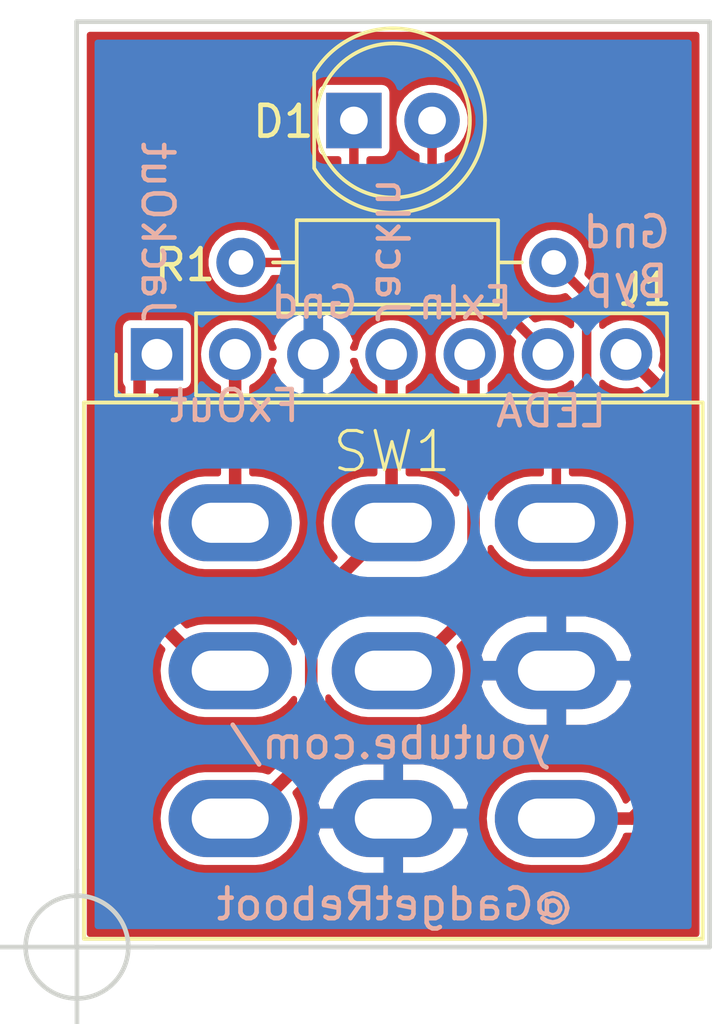
<source format=kicad_pcb>
(kicad_pcb (version 20171130) (host pcbnew "(5.1.2-1)-1")

  (general
    (thickness 1.6)
    (drawings 14)
    (tracks 29)
    (zones 0)
    (modules 4)
    (nets 10)
  )

  (page A4)
  (layers
    (0 F.Cu signal)
    (31 B.Cu signal)
    (32 B.Adhes user hide)
    (33 F.Adhes user hide)
    (34 B.Paste user hide)
    (35 F.Paste user)
    (36 B.SilkS user)
    (37 F.SilkS user)
    (38 B.Mask user hide)
    (39 F.Mask user hide)
    (40 Dwgs.User user hide)
    (41 Cmts.User user hide)
    (42 Eco1.User user hide)
    (43 Eco2.User user hide)
    (44 Edge.Cuts user)
    (45 Margin user hide)
    (46 B.CrtYd user hide)
    (47 F.CrtYd user hide)
    (48 B.Fab user hide)
    (49 F.Fab user hide)
  )

  (setup
    (last_trace_width 0.25)
    (user_trace_width 0.2032)
    (user_trace_width 0.254)
    (user_trace_width 0.3048)
    (user_trace_width 0.4064)
    (user_trace_width 0.6096)
    (user_trace_width 1.016)
    (trace_clearance 0.2)
    (zone_clearance 0.508)
    (zone_45_only no)
    (trace_min 0.1524)
    (via_size 0.8)
    (via_drill 0.4)
    (via_min_size 0.658)
    (via_min_drill 0.3)
    (uvia_size 0.3)
    (uvia_drill 0.1)
    (uvias_allowed no)
    (uvia_min_size 0.2)
    (uvia_min_drill 0.1)
    (edge_width 0.15)
    (segment_width 0.2)
    (pcb_text_width 0.3)
    (pcb_text_size 1.5 1.5)
    (mod_edge_width 0.15)
    (mod_text_size 0.8 0.8)
    (mod_text_width 0.15)
    (pad_size 1.7 1.7)
    (pad_drill 1)
    (pad_to_mask_clearance 0)
    (aux_axis_origin 166.311 137.021)
    (grid_origin 166.311 137.021)
    (visible_elements FFFFFF7F)
    (pcbplotparams
      (layerselection 0x010f0_ffffffff)
      (usegerberextensions false)
      (usegerberattributes false)
      (usegerberadvancedattributes false)
      (creategerberjobfile false)
      (excludeedgelayer true)
      (linewidth 0.152400)
      (plotframeref false)
      (viasonmask false)
      (mode 1)
      (useauxorigin false)
      (hpglpennumber 1)
      (hpglpenspeed 20)
      (hpglpendiameter 15.000000)
      (psnegative false)
      (psa4output false)
      (plotreference true)
      (plotvalue false)
      (plotinvisibletext false)
      (padsonsilk false)
      (subtractmaskfromsilk false)
      (outputformat 1)
      (mirror false)
      (drillshape 0)
      (scaleselection 1)
      (outputdirectory "Output/"))
  )

  (net 0 "")
  (net 1 GNDREF)
  (net 2 "Net-(D1-Pad1)")
  (net 3 /LED_A)
  (net 4 /Out_Jack)
  (net 5 /Fx_Out)
  (net 6 /In_Jack)
  (net 7 /Fx_In)
  (net 8 /Gnd_Byp)
  (net 9 "Net-(R1-Pad2)")

  (net_class Default "This is the default net class."
    (clearance 0.2)
    (trace_width 0.25)
    (via_dia 0.8)
    (via_drill 0.4)
    (uvia_dia 0.3)
    (uvia_drill 0.1)
    (add_net /Fx_In)
    (add_net /Fx_Out)
    (add_net /Gnd_Byp)
    (add_net /In_Jack)
    (add_net /LED_A)
    (add_net /Out_Jack)
    (add_net GNDREF)
    (add_net "Net-(D1-Pad1)")
    (add_net "Net-(R1-Pad2)")
  )

  (net_class PWR ""
    (clearance 0.254)
    (trace_width 0.508)
    (via_dia 0.8)
    (via_drill 0.4)
    (uvia_dia 0.3)
    (uvia_drill 0.1)
  )

  (net_class Signals ""
    (clearance 0.254)
    (trace_width 0.4064)
    (via_dia 0.8)
    (via_drill 0.4)
    (uvia_dia 0.3)
    (uvia_drill 0.1)
  )

  (module footprints:STOMP-SWITCH-3PDT (layer F.Cu) (tedit 662FFBDC) (tstamp 66019B4B)
    (at 176.586 128.055)
    (descr STOMP-SWITCH-3PDT)
    (tags STOMP-SWITCH-3PDT)
    (path /6600E907)
    (fp_text reference SW1 (at -0.044 -7.105) (layer F.SilkS)
      (effects (font (size 1.27 1.27) (thickness 0.1016)))
    )
    (fp_text value SW_3PDT (at 0.99822 2.26822) (layer F.SilkS) hide
      (effects (font (size 1.27 1.27) (thickness 0.1016)))
    )
    (fp_line (start -10.04758 -8.69884) (end 10.04758 -8.69884) (layer F.SilkS) (width 0.127))
    (fp_line (start 10.04758 8.69884) (end 10.04758 -8.69884) (layer F.SilkS) (width 0.127))
    (fp_line (start -10.04758 8.69884) (end 10.04758 8.69884) (layer F.SilkS) (width 0.127))
    (fp_line (start -10.04758 -8.69884) (end -10.04758 8.69884) (layer F.SilkS) (width 0.127))
    (fp_text user %R (at 0 0) (layer F.Fab)
      (effects (font (size 1 1) (thickness 0.15)))
    )
    (pad 9 thru_hole oval (at 5.29844 4.79806) (size 4 2.5) (drill oval 2.5 1.3) (layers *.Cu *.Mask)
      (net 8 /Gnd_Byp))
    (pad 8 thru_hole oval (at 5.29844 0) (size 4 2.5) (drill oval 2.5 1.3) (layers *.Cu *.Mask)
      (net 1 GNDREF))
    (pad 7 thru_hole oval (at 5.29844 -4.79806) (size 4 2.5) (drill oval 2.5 1.3) (layers *.Cu *.Mask)
      (net 9 "Net-(R1-Pad2)"))
    (pad 6 thru_hole oval (at 0 4.79806) (size 4 2.5) (drill oval 2.5 1.3) (layers *.Cu *.Mask)
      (net 1 GNDREF))
    (pad 5 thru_hole oval (at 0 0) (size 4 2.5) (drill oval 2.5 1.3) (layers *.Cu *.Mask)
      (net 7 /Fx_In))
    (pad 4 thru_hole oval (at 0 -4.79806) (size 4 2.5) (drill oval 2.5 1.3) (layers *.Cu *.Mask)
      (net 6 /In_Jack))
    (pad 3 thru_hole oval (at -5.29844 4.79806) (size 4 2.5) (drill oval 2.5 1.3) (layers *.Cu *.Mask)
      (net 6 /In_Jack))
    (pad 2 thru_hole oval (at -5.29844 0) (size 4 2.5) (drill oval 2.5 1.3) (layers *.Cu *.Mask)
      (net 4 /Out_Jack))
    (pad 1 thru_hole oval (at -5.29844 -4.79806) (size 4 2.5) (drill oval 2.5 1.3) (layers *.Cu *.Mask)
      (net 5 /Fx_Out))
  )

  (module LED_THT:LED_D5.0mm (layer F.Cu) (tedit 5995936A) (tstamp 66019B08)
    (at 175.306 110.207)
    (descr "LED, diameter 5.0mm, 2 pins, http://cdn-reichelt.de/documents/datenblatt/A500/LL-504BC2E-009.pdf")
    (tags "LED diameter 5.0mm 2 pins")
    (path /66060BAA)
    (fp_text reference D1 (at -2.293 0.035 180) (layer F.SilkS)
      (effects (font (size 1 1) (thickness 0.15)))
    )
    (fp_text value LED_Small_ALT (at 1.27 3.96) (layer F.Fab)
      (effects (font (size 1 1) (thickness 0.15)))
    )
    (fp_arc (start 1.27 0) (end -1.23 -1.469694) (angle 299.1) (layer F.Fab) (width 0.1))
    (fp_arc (start 1.27 0) (end -1.29 -1.54483) (angle 148.9) (layer F.SilkS) (width 0.12))
    (fp_arc (start 1.27 0) (end -1.29 1.54483) (angle -148.9) (layer F.SilkS) (width 0.12))
    (fp_circle (center 1.27 0) (end 3.77 0) (layer F.Fab) (width 0.1))
    (fp_circle (center 1.27 0) (end 3.77 0) (layer F.SilkS) (width 0.12))
    (fp_line (start -1.23 -1.469694) (end -1.23 1.469694) (layer F.Fab) (width 0.1))
    (fp_line (start -1.29 -1.545) (end -1.29 1.545) (layer F.SilkS) (width 0.12))
    (fp_line (start -1.95 -3.25) (end -1.95 3.25) (layer F.CrtYd) (width 0.05))
    (fp_line (start -1.95 3.25) (end 4.5 3.25) (layer F.CrtYd) (width 0.05))
    (fp_line (start 4.5 3.25) (end 4.5 -3.25) (layer F.CrtYd) (width 0.05))
    (fp_line (start 4.5 -3.25) (end -1.95 -3.25) (layer F.CrtYd) (width 0.05))
    (fp_text user %R (at 1.25 0) (layer F.Fab)
      (effects (font (size 0.8 0.8) (thickness 0.2)))
    )
    (pad 1 thru_hole rect (at 0 0) (size 1.8 1.8) (drill 0.9) (layers *.Cu *.Mask)
      (net 2 "Net-(D1-Pad1)"))
    (pad 2 thru_hole circle (at 2.54 0) (size 1.8 1.8) (drill 0.9) (layers *.Cu *.Mask)
      (net 3 /LED_A))
    (model ${KISYS3DMOD}/LED_THT.3dshapes/LED_D5.0mm.wrl
      (at (xyz 0 0 0))
      (scale (xyz 1 1 1))
      (rotate (xyz 0 0 0))
    )
  )

  (module Connector_PinHeader_2.54mm:PinHeader_1x07_P2.54mm_Vertical (layer F.Cu) (tedit 59FED5CC) (tstamp 66019B23)
    (at 168.909 117.792 90)
    (descr "Through hole straight pin header, 1x07, 2.54mm pitch, single row")
    (tags "Through hole pin header THT 1x07 2.54mm single row")
    (path /660BE568)
    (fp_text reference J1 (at 2.1 15.869 180) (layer F.SilkS)
      (effects (font (size 1 1) (thickness 0.15)))
    )
    (fp_text value Conn_01x07 (at 0 17.57 90) (layer F.Fab)
      (effects (font (size 1 1) (thickness 0.15)))
    )
    (fp_line (start -0.635 -1.27) (end 1.27 -1.27) (layer F.Fab) (width 0.1))
    (fp_line (start 1.27 -1.27) (end 1.27 16.51) (layer F.Fab) (width 0.1))
    (fp_line (start 1.27 16.51) (end -1.27 16.51) (layer F.Fab) (width 0.1))
    (fp_line (start -1.27 16.51) (end -1.27 -0.635) (layer F.Fab) (width 0.1))
    (fp_line (start -1.27 -0.635) (end -0.635 -1.27) (layer F.Fab) (width 0.1))
    (fp_line (start -1.33 16.57) (end 1.33 16.57) (layer F.SilkS) (width 0.12))
    (fp_line (start -1.33 1.27) (end -1.33 16.57) (layer F.SilkS) (width 0.12))
    (fp_line (start 1.33 1.27) (end 1.33 16.57) (layer F.SilkS) (width 0.12))
    (fp_line (start -1.33 1.27) (end 1.33 1.27) (layer F.SilkS) (width 0.12))
    (fp_line (start -1.33 0) (end -1.33 -1.33) (layer F.SilkS) (width 0.12))
    (fp_line (start -1.33 -1.33) (end 0 -1.33) (layer F.SilkS) (width 0.12))
    (fp_line (start -1.8 -1.8) (end -1.8 17.05) (layer F.CrtYd) (width 0.05))
    (fp_line (start -1.8 17.05) (end 1.8 17.05) (layer F.CrtYd) (width 0.05))
    (fp_line (start 1.8 17.05) (end 1.8 -1.8) (layer F.CrtYd) (width 0.05))
    (fp_line (start 1.8 -1.8) (end -1.8 -1.8) (layer F.CrtYd) (width 0.05))
    (fp_text user %R (at 0 7.62) (layer F.Fab)
      (effects (font (size 1 1) (thickness 0.15)))
    )
    (pad 1 thru_hole rect (at 0 0 90) (size 1.7 1.7) (drill 1) (layers *.Cu *.Mask)
      (net 4 /Out_Jack))
    (pad 2 thru_hole oval (at 0 2.54 90) (size 1.7 1.7) (drill 1) (layers *.Cu *.Mask)
      (net 5 /Fx_Out))
    (pad 3 thru_hole oval (at 0 5.08 90) (size 1.7 1.7) (drill 1) (layers *.Cu *.Mask)
      (net 1 GNDREF))
    (pad 4 thru_hole oval (at 0 7.62 90) (size 1.7 1.7) (drill 1) (layers *.Cu *.Mask)
      (net 6 /In_Jack))
    (pad 5 thru_hole oval (at 0 10.16 90) (size 1.7 1.7) (drill 1) (layers *.Cu *.Mask)
      (net 7 /Fx_In))
    (pad 6 thru_hole oval (at 0 12.7 90) (size 1.7 1.7) (drill 1) (layers *.Cu *.Mask)
      (net 3 /LED_A))
    (pad 7 thru_hole oval (at 0 15.24 90) (size 1.7 1.7) (drill 1) (layers *.Cu *.Mask)
      (net 8 /Gnd_Byp))
    (model ${KISYS3DMOD}/Connector_PinHeader_2.54mm.3dshapes/PinHeader_1x07_P2.54mm_Vertical.wrl
      (at (xyz 0 0 0))
      (scale (xyz 1 1 1))
      (rotate (xyz 0 0 0))
    )
  )

  (module Resistor_THT:R_Axial_DIN0207_L6.3mm_D2.5mm_P10.16mm_Horizontal (layer F.Cu) (tedit 5AE5139B) (tstamp 66019B3A)
    (at 171.64 114.811)
    (descr "Resistor, Axial_DIN0207 series, Axial, Horizontal, pin pitch=10.16mm, 0.25W = 1/4W, length*diameter=6.3*2.5mm^2, http://cdn-reichelt.de/documents/datenblatt/B400/1_4W%23YAG.pdf")
    (tags "Resistor Axial_DIN0207 series Axial Horizontal pin pitch 10.16mm 0.25W = 1/4W length 6.3mm diameter 2.5mm")
    (path /6605FCD1)
    (fp_text reference R1 (at -1.819 0.082 180) (layer F.SilkS)
      (effects (font (size 1 1) (thickness 0.15)))
    )
    (fp_text value 680r (at 5.08 2.37) (layer F.Fab)
      (effects (font (size 1 1) (thickness 0.15)))
    )
    (fp_line (start 1.93 -1.25) (end 1.93 1.25) (layer F.Fab) (width 0.1))
    (fp_line (start 1.93 1.25) (end 8.23 1.25) (layer F.Fab) (width 0.1))
    (fp_line (start 8.23 1.25) (end 8.23 -1.25) (layer F.Fab) (width 0.1))
    (fp_line (start 8.23 -1.25) (end 1.93 -1.25) (layer F.Fab) (width 0.1))
    (fp_line (start 0 0) (end 1.93 0) (layer F.Fab) (width 0.1))
    (fp_line (start 10.16 0) (end 8.23 0) (layer F.Fab) (width 0.1))
    (fp_line (start 1.81 -1.37) (end 1.81 1.37) (layer F.SilkS) (width 0.12))
    (fp_line (start 1.81 1.37) (end 8.35 1.37) (layer F.SilkS) (width 0.12))
    (fp_line (start 8.35 1.37) (end 8.35 -1.37) (layer F.SilkS) (width 0.12))
    (fp_line (start 8.35 -1.37) (end 1.81 -1.37) (layer F.SilkS) (width 0.12))
    (fp_line (start 1.04 0) (end 1.81 0) (layer F.SilkS) (width 0.12))
    (fp_line (start 9.12 0) (end 8.35 0) (layer F.SilkS) (width 0.12))
    (fp_line (start -1.05 -1.5) (end -1.05 1.5) (layer F.CrtYd) (width 0.05))
    (fp_line (start -1.05 1.5) (end 11.21 1.5) (layer F.CrtYd) (width 0.05))
    (fp_line (start 11.21 1.5) (end 11.21 -1.5) (layer F.CrtYd) (width 0.05))
    (fp_line (start 11.21 -1.5) (end -1.05 -1.5) (layer F.CrtYd) (width 0.05))
    (fp_text user %R (at 5.08 0) (layer F.Fab)
      (effects (font (size 1 1) (thickness 0.15)))
    )
    (pad 1 thru_hole circle (at 0 0) (size 1.6 1.6) (drill 0.8) (layers *.Cu *.Mask)
      (net 2 "Net-(D1-Pad1)"))
    (pad 2 thru_hole oval (at 10.16 0) (size 1.6 1.6) (drill 0.8) (layers *.Cu *.Mask)
      (net 9 "Net-(R1-Pad2)"))
    (model ${KISYS3DMOD}/Resistor_THT.3dshapes/R_Axial_DIN0207_L6.3mm_D2.5mm_P10.16mm_Horizontal.wrl
      (at (xyz 0 0 0))
      (scale (xyz 1 1 1))
      (rotate (xyz 0 0 0))
    )
  )

  (gr_text @GadgetReboot (at 176.646 135.629) (layer B.SilkS) (tstamp 6601A36A)
    (effects (font (size 1 1) (thickness 0.15)) (justify mirror))
  )
  (gr_text "Gnd\nByp" (at 184.166 114.629) (layer B.SilkS) (tstamp 6601A2B6)
    (effects (font (size 1 1) (thickness 0.15)) (justify mirror))
  )
  (gr_text LEDA (at 181.716 119.635) (layer B.SilkS) (tstamp 6601A2B2)
    (effects (font (size 1 1) (thickness 0.15)) (justify mirror))
  )
  (gr_text FxIn (at 178.923 116.133) (layer B.SilkS) (tstamp 6601A2AE)
    (effects (font (size 1 1) (thickness 0.15)) (justify mirror))
  )
  (gr_text JackIn (at 176.539 114.436 270) (layer B.SilkS) (tstamp 6601A2A7)
    (effects (font (size 1 1) (thickness 0.15)) (justify mirror))
  )
  (gr_text JackOut (at 168.933 113.834 270) (layer B.SilkS) (tstamp 6601A24D)
    (effects (font (size 1 1) (thickness 0.15)) (justify mirror))
  )
  (gr_text FxOut (at 171.429 119.464) (layer B.SilkS) (tstamp 6601A248)
    (effects (font (size 1 1) (thickness 0.15)) (justify mirror))
  )
  (gr_text youtube.com/ (at 176.49 130.402) (layer B.SilkS) (tstamp 66019C06)
    (effects (font (size 1 1) (thickness 0.15)) (justify mirror))
  )
  (target plus (at 166.311 137.021) (size 5) (width 0.15) (layer Edge.Cuts))
  (gr_line (start 166.3 107) (end 166.3 137.021) (layer Edge.Cuts) (width 0.15) (tstamp 65BB3D38))
  (gr_line (start 186.86 107) (end 166.3 107) (layer Edge.Cuts) (width 0.15))
  (gr_line (start 186.86 137.021) (end 186.86 107) (layer Edge.Cuts) (width 0.15))
  (gr_line (start 166.3 137.021) (end 186.86 137.021) (layer Edge.Cuts) (width 0.15))
  (gr_text Gnd (at 174.025 116.111) (layer B.SilkS) (tstamp 65BB3BF2)
    (effects (font (size 1 1) (thickness 0.15)) (justify mirror))
  )

  (segment (start 171.64 114.811) (end 173.7 114.811) (width 0.3048) (layer F.Cu) (net 2))
  (segment (start 175.306 113.205) (end 175.306 110.207) (width 0.3048) (layer F.Cu) (net 2))
  (segment (start 173.7 114.811) (end 175.306 113.205) (width 0.3048) (layer F.Cu) (net 2))
  (segment (start 177.846 114.029) (end 181.609 117.792) (width 0.3048) (layer F.Cu) (net 3))
  (segment (start 177.846 110.207) (end 177.846 114.029) (width 0.3048) (layer F.Cu) (net 3))
  (segment (start 171.28756 128.055) (end 170.557 128.055) (width 0.4064) (layer F.Cu) (net 4))
  (segment (start 170.557 128.055) (end 168.345 125.843) (width 0.4064) (layer F.Cu) (net 4))
  (segment (start 168.345 118.356) (end 168.909 117.792) (width 0.4064) (layer F.Cu) (net 4))
  (segment (start 168.345 125.843) (end 168.345 118.356) (width 0.4064) (layer F.Cu) (net 4))
  (segment (start 171.449 123.0955) (end 171.28756 123.25694) (width 0.4064) (layer F.Cu) (net 5))
  (segment (start 171.449 117.792) (end 171.449 123.0955) (width 0.4064) (layer F.Cu) (net 5))
  (segment (start 176.529 123.19994) (end 176.586 123.25694) (width 0.4064) (layer F.Cu) (net 6))
  (segment (start 176.529 117.792) (end 176.529 123.19994) (width 0.4064) (layer F.Cu) (net 6))
  (segment (start 171.28756 132.85306) (end 171.78394 132.85306) (width 0.4064) (layer F.Cu) (net 6))
  (segment (start 171.78394 132.85306) (end 173.92 130.717) (width 0.4064) (layer F.Cu) (net 6))
  (segment (start 173.92 125.92294) (end 176.586 123.25694) (width 0.4064) (layer F.Cu) (net 6))
  (segment (start 173.92 130.717) (end 173.92 125.92294) (width 0.4064) (layer F.Cu) (net 6))
  (segment (start 176.586 128.055) (end 177.172 128.055) (width 0.4064) (layer F.Cu) (net 7))
  (segment (start 177.172 128.055) (end 179.192 126.035) (width 0.4064) (layer F.Cu) (net 7))
  (segment (start 179.192 117.915) (end 179.069 117.792) (width 0.4064) (layer F.Cu) (net 7))
  (segment (start 179.192 126.035) (end 179.192 117.915) (width 0.4064) (layer F.Cu) (net 7))
  (segment (start 181.88444 132.85306) (end 184.34094 132.85306) (width 0.4064) (layer F.Cu) (net 8))
  (segment (start 184.34094 132.85306) (end 185.559 131.635) (width 0.4064) (layer F.Cu) (net 8))
  (segment (start 185.559 119.202) (end 184.149 117.792) (width 0.4064) (layer F.Cu) (net 8))
  (segment (start 185.559 131.635) (end 185.559 119.202) (width 0.4064) (layer F.Cu) (net 8))
  (segment (start 181.88444 123.25694) (end 181.88444 120.67756) (width 0.3048) (layer F.Cu) (net 9))
  (segment (start 181.88444 120.67756) (end 182.868 119.694) (width 0.3048) (layer F.Cu) (net 9))
  (segment (start 182.868 115.879) (end 181.8 114.811) (width 0.3048) (layer F.Cu) (net 9))
  (segment (start 182.868 119.694) (end 182.868 115.879) (width 0.3048) (layer F.Cu) (net 9))

  (zone (net 1) (net_name GNDREF) (layer F.Cu) (tstamp 66304FF1) (hatch edge 0.508)
    (connect_pads (clearance 0.254))
    (min_thickness 0.2032)
    (fill yes (arc_segments 32) (thermal_gap 0.508) (thermal_bridge_width 0.635))
    (polygon
      (pts
        (xy 165.786 106.67) (xy 187.228 106.67) (xy 187.4755 137.044) (xy 165.902 137.211)
      )
    )
    (filled_polygon
      (pts
        (xy 186.4294 136.5904) (xy 166.7306 136.5904) (xy 166.7306 116.942) (xy 167.70168 116.942) (xy 167.70168 118.642)
        (xy 167.708546 118.71171) (xy 167.728879 118.77874) (xy 167.761899 118.840516) (xy 167.786201 118.870128) (xy 167.7862 125.815558)
        (xy 167.783497 125.843) (xy 167.7862 125.870442) (xy 167.7862 125.870443) (xy 167.794286 125.952543) (xy 167.826239 126.057877)
        (xy 167.878127 126.154954) (xy 167.947957 126.240043) (xy 167.969281 126.257543) (xy 169.082645 127.370907) (xy 169.047002 127.437591)
        (xy 168.955192 127.740248) (xy 168.924192 128.055) (xy 168.955192 128.369752) (xy 169.047002 128.672409) (xy 169.196094 128.951339)
        (xy 169.396737 129.195823) (xy 169.641221 129.396466) (xy 169.920151 129.545558) (xy 170.222808 129.637368) (xy 170.458689 129.6606)
        (xy 172.116431 129.6606) (xy 172.352312 129.637368) (xy 172.654969 129.545558) (xy 172.933899 129.396466) (xy 173.178383 129.195823)
        (xy 173.3612 128.97306) (xy 173.3612 130.485537) (xy 172.523973 131.322765) (xy 172.352312 131.270692) (xy 172.116431 131.24746)
        (xy 170.458689 131.24746) (xy 170.222808 131.270692) (xy 169.920151 131.362502) (xy 169.641221 131.511594) (xy 169.396737 131.712237)
        (xy 169.196094 131.956721) (xy 169.047002 132.235651) (xy 168.955192 132.538308) (xy 168.924192 132.85306) (xy 168.955192 133.167812)
        (xy 169.047002 133.470469) (xy 169.196094 133.749399) (xy 169.396737 133.993883) (xy 169.641221 134.194526) (xy 169.920151 134.343618)
        (xy 170.222808 134.435428) (xy 170.458689 134.45866) (xy 172.116431 134.45866) (xy 172.352312 134.435428) (xy 172.654969 134.343618)
        (xy 172.933899 134.194526) (xy 173.178383 133.993883) (xy 173.379026 133.749399) (xy 173.528118 133.470469) (xy 173.563072 133.35524)
        (xy 174.04549 133.35524) (xy 174.169852 133.706684) (xy 174.3684 134.015331) (xy 174.623347 134.279313) (xy 174.924896 134.488485)
        (xy 175.261458 134.634808) (xy 175.6201 134.71266) (xy 176.3701 134.71266) (xy 176.3701 133.06896) (xy 176.8019 133.06896)
        (xy 176.8019 134.71266) (xy 177.5519 134.71266) (xy 177.910542 134.634808) (xy 178.247104 134.488485) (xy 178.548653 134.279313)
        (xy 178.8036 134.015331) (xy 179.002148 133.706684) (xy 179.12651 133.35524) (xy 179.029493 133.06896) (xy 176.8019 133.06896)
        (xy 176.3701 133.06896) (xy 174.142507 133.06896) (xy 174.04549 133.35524) (xy 173.563072 133.35524) (xy 173.619928 133.167812)
        (xy 173.650928 132.85306) (xy 173.619928 132.538308) (xy 173.563073 132.35088) (xy 174.04549 132.35088) (xy 174.142507 132.63716)
        (xy 176.3701 132.63716) (xy 176.3701 130.99346) (xy 176.8019 130.99346) (xy 176.8019 132.63716) (xy 179.029493 132.63716)
        (xy 179.12651 132.35088) (xy 179.002148 131.999436) (xy 178.8036 131.690789) (xy 178.548653 131.426807) (xy 178.247104 131.217635)
        (xy 177.910542 131.071312) (xy 177.5519 130.99346) (xy 176.8019 130.99346) (xy 176.3701 130.99346) (xy 175.6201 130.99346)
        (xy 175.261458 131.071312) (xy 174.924896 131.217635) (xy 174.623347 131.426807) (xy 174.3684 131.690789) (xy 174.169852 131.999436)
        (xy 174.04549 132.35088) (xy 173.563073 132.35088) (xy 173.528118 132.235651) (xy 173.410903 132.016359) (xy 174.295725 131.131538)
        (xy 174.317043 131.114043) (xy 174.386873 131.028954) (xy 174.438761 130.931878) (xy 174.470714 130.826544) (xy 174.4788 130.744444)
        (xy 174.4788 130.744443) (xy 174.481503 130.717001) (xy 174.4788 130.689559) (xy 174.4788 128.921903) (xy 174.494534 128.951339)
        (xy 174.695177 129.195823) (xy 174.939661 129.396466) (xy 175.218591 129.545558) (xy 175.521248 129.637368) (xy 175.757129 129.6606)
        (xy 177.414871 129.6606) (xy 177.650752 129.637368) (xy 177.953409 129.545558) (xy 178.232339 129.396466) (xy 178.476823 129.195823)
        (xy 178.677466 128.951339) (xy 178.826558 128.672409) (xy 178.861512 128.55718) (xy 179.34393 128.55718) (xy 179.468292 128.908624)
        (xy 179.66684 129.217271) (xy 179.921787 129.481253) (xy 180.223336 129.690425) (xy 180.559898 129.836748) (xy 180.91854 129.9146)
        (xy 181.66854 129.9146) (xy 181.66854 128.2709) (xy 182.10034 128.2709) (xy 182.10034 129.9146) (xy 182.85034 129.9146)
        (xy 183.208982 129.836748) (xy 183.545544 129.690425) (xy 183.847093 129.481253) (xy 184.10204 129.217271) (xy 184.300588 128.908624)
        (xy 184.42495 128.55718) (xy 184.327933 128.2709) (xy 182.10034 128.2709) (xy 181.66854 128.2709) (xy 179.440947 128.2709)
        (xy 179.34393 128.55718) (xy 178.861512 128.55718) (xy 178.918368 128.369752) (xy 178.949368 128.055) (xy 178.918368 127.740248)
        (xy 178.861513 127.55282) (xy 179.34393 127.55282) (xy 179.440947 127.8391) (xy 181.66854 127.8391) (xy 181.66854 126.1954)
        (xy 182.10034 126.1954) (xy 182.10034 127.8391) (xy 184.327933 127.8391) (xy 184.42495 127.55282) (xy 184.300588 127.201376)
        (xy 184.10204 126.892729) (xy 183.847093 126.628747) (xy 183.545544 126.419575) (xy 183.208982 126.273252) (xy 182.85034 126.1954)
        (xy 182.10034 126.1954) (xy 181.66854 126.1954) (xy 180.91854 126.1954) (xy 180.559898 126.273252) (xy 180.223336 126.419575)
        (xy 179.921787 126.628747) (xy 179.66684 126.892729) (xy 179.468292 127.201376) (xy 179.34393 127.55282) (xy 178.861513 127.55282)
        (xy 178.826558 127.437591) (xy 178.74056 127.276702) (xy 179.567719 126.449543) (xy 179.589043 126.432043) (xy 179.658873 126.346954)
        (xy 179.710761 126.249878) (xy 179.742714 126.144544) (xy 179.7508 126.062444) (xy 179.7508 126.062443) (xy 179.753503 126.035001)
        (xy 179.7508 126.007559) (xy 179.7508 124.074377) (xy 179.792974 124.153279) (xy 179.993617 124.397763) (xy 180.238101 124.598406)
        (xy 180.517031 124.747498) (xy 180.819688 124.839308) (xy 181.055569 124.86254) (xy 182.713311 124.86254) (xy 182.949192 124.839308)
        (xy 183.251849 124.747498) (xy 183.530779 124.598406) (xy 183.775263 124.397763) (xy 183.975906 124.153279) (xy 184.124998 123.874349)
        (xy 184.216808 123.571692) (xy 184.247808 123.25694) (xy 184.216808 122.942188) (xy 184.124998 122.639531) (xy 183.975906 122.360601)
        (xy 183.775263 122.116117) (xy 183.530779 121.915474) (xy 183.251849 121.766382) (xy 182.949192 121.674572) (xy 182.713311 121.65134)
        (xy 182.39244 121.65134) (xy 182.39244 120.88798) (xy 183.209565 120.070855) (xy 183.228948 120.054948) (xy 183.292429 119.977595)
        (xy 183.339601 119.889343) (xy 183.368649 119.793585) (xy 183.376 119.718947) (xy 183.376 119.718944) (xy 183.378457 119.694)
        (xy 183.376 119.669056) (xy 183.376 118.717231) (xy 183.475964 118.79927) (xy 183.685405 118.911218) (xy 183.912661 118.980156)
        (xy 184.089776 118.9976) (xy 184.208224 118.9976) (xy 184.385339 118.980156) (xy 184.509292 118.942555) (xy 185.000201 119.433464)
        (xy 185.0002 131.403537) (xy 184.135027 132.268711) (xy 184.124998 132.235651) (xy 183.975906 131.956721) (xy 183.775263 131.712237)
        (xy 183.530779 131.511594) (xy 183.251849 131.362502) (xy 182.949192 131.270692) (xy 182.713311 131.24746) (xy 181.055569 131.24746)
        (xy 180.819688 131.270692) (xy 180.517031 131.362502) (xy 180.238101 131.511594) (xy 179.993617 131.712237) (xy 179.792974 131.956721)
        (xy 179.643882 132.235651) (xy 179.552072 132.538308) (xy 179.521072 132.85306) (xy 179.552072 133.167812) (xy 179.643882 133.470469)
        (xy 179.792974 133.749399) (xy 179.993617 133.993883) (xy 180.238101 134.194526) (xy 180.517031 134.343618) (xy 180.819688 134.435428)
        (xy 181.055569 134.45866) (xy 182.713311 134.45866) (xy 182.949192 134.435428) (xy 183.251849 134.343618) (xy 183.530779 134.194526)
        (xy 183.775263 133.993883) (xy 183.975906 133.749399) (xy 184.124998 133.470469) (xy 184.142777 133.41186) (xy 184.313498 133.41186)
        (xy 184.34094 133.414563) (xy 184.368382 133.41186) (xy 184.368384 133.41186) (xy 184.450484 133.403774) (xy 184.555818 133.371821)
        (xy 184.652894 133.319933) (xy 184.737983 133.250103) (xy 184.755483 133.228779) (xy 185.934725 132.049538) (xy 185.956043 132.032043)
        (xy 186.025873 131.946954) (xy 186.077761 131.849878) (xy 186.109714 131.744544) (xy 186.1178 131.662444) (xy 186.1178 131.662442)
        (xy 186.120503 131.635) (xy 186.1178 131.607558) (xy 186.1178 119.229441) (xy 186.120503 119.201999) (xy 186.1178 119.174556)
        (xy 186.109714 119.092456) (xy 186.077761 118.987122) (xy 186.025873 118.890046) (xy 185.956043 118.804957) (xy 185.934725 118.787462)
        (xy 185.299555 118.152292) (xy 185.337156 118.028339) (xy 185.360433 117.792) (xy 185.337156 117.555661) (xy 185.268218 117.328405)
        (xy 185.15627 117.118964) (xy 185.005612 116.935388) (xy 184.822036 116.78473) (xy 184.612595 116.672782) (xy 184.385339 116.603844)
        (xy 184.208224 116.5864) (xy 184.089776 116.5864) (xy 183.912661 116.603844) (xy 183.685405 116.672782) (xy 183.475964 116.78473)
        (xy 183.376 116.866769) (xy 183.376 115.903943) (xy 183.378457 115.878999) (xy 183.374131 115.835079) (xy 183.368649 115.779415)
        (xy 183.339601 115.683657) (xy 183.312036 115.632086) (xy 183.292429 115.595404) (xy 183.24485 115.537429) (xy 183.228948 115.518052)
        (xy 183.209571 115.50215) (xy 182.893745 115.186325) (xy 182.938879 115.037537) (xy 182.961191 114.811) (xy 182.938879 114.584463)
        (xy 182.872801 114.366631) (xy 182.765495 114.165877) (xy 182.621086 113.989914) (xy 182.445123 113.845505) (xy 182.244369 113.738199)
        (xy 182.026537 113.672121) (xy 181.856766 113.6554) (xy 181.743234 113.6554) (xy 181.573463 113.672121) (xy 181.355631 113.738199)
        (xy 181.154877 113.845505) (xy 180.978914 113.989914) (xy 180.834505 114.165877) (xy 180.727199 114.366631) (xy 180.661121 114.584463)
        (xy 180.638809 114.811) (xy 180.661121 115.037537) (xy 180.727199 115.255369) (xy 180.834505 115.456123) (xy 180.978914 115.632086)
        (xy 181.154877 115.776495) (xy 181.355631 115.883801) (xy 181.573463 115.949879) (xy 181.743234 115.9666) (xy 181.856766 115.9666)
        (xy 182.026537 115.949879) (xy 182.175325 115.904745) (xy 182.360001 116.089422) (xy 182.360001 116.848714) (xy 182.282036 116.78473)
        (xy 182.072595 116.672782) (xy 181.845339 116.603844) (xy 181.668224 116.5864) (xy 181.549776 116.5864) (xy 181.372661 116.603844)
        (xy 181.193586 116.658166) (xy 178.354 113.81858) (xy 178.354 111.355631) (xy 178.440749 111.319698) (xy 178.646398 111.182288)
        (xy 178.821288 111.007398) (xy 178.958698 110.801749) (xy 179.053348 110.573245) (xy 179.1016 110.330666) (xy 179.1016 110.083334)
        (xy 179.053348 109.840755) (xy 178.958698 109.612251) (xy 178.821288 109.406602) (xy 178.646398 109.231712) (xy 178.440749 109.094302)
        (xy 178.212245 108.999652) (xy 177.969666 108.9514) (xy 177.722334 108.9514) (xy 177.479755 108.999652) (xy 177.251251 109.094302)
        (xy 177.045602 109.231712) (xy 176.870712 109.406602) (xy 176.733302 109.612251) (xy 176.638652 109.840755) (xy 176.5904 110.083334)
        (xy 176.5904 110.330666) (xy 176.638652 110.573245) (xy 176.733302 110.801749) (xy 176.870712 111.007398) (xy 177.045602 111.182288)
        (xy 177.251251 111.319698) (xy 177.338 111.355631) (xy 177.338001 114.004046) (xy 177.335543 114.029) (xy 177.34001 114.074348)
        (xy 177.345352 114.128585) (xy 177.3744 114.224343) (xy 177.421571 114.312595) (xy 177.46915 114.37057) (xy 177.485053 114.389948)
        (xy 177.50443 114.40585) (xy 180.475166 117.376586) (xy 180.420844 117.555661) (xy 180.397567 117.792) (xy 180.420844 118.028339)
        (xy 180.489782 118.255595) (xy 180.60173 118.465036) (xy 180.752388 118.648612) (xy 180.935964 118.79927) (xy 181.145405 118.911218)
        (xy 181.372661 118.980156) (xy 181.549776 118.9976) (xy 181.668224 118.9976) (xy 181.845339 118.980156) (xy 182.072595 118.911218)
        (xy 182.282036 118.79927) (xy 182.36 118.735286) (xy 182.36 119.48358) (xy 181.54287 120.30071) (xy 181.523493 120.316612)
        (xy 181.507591 120.335989) (xy 181.50759 120.33599) (xy 181.460011 120.393965) (xy 181.41284 120.482217) (xy 181.383792 120.577976)
        (xy 181.373983 120.67756) (xy 181.376441 120.702514) (xy 181.376441 121.65134) (xy 181.055569 121.65134) (xy 180.819688 121.674572)
        (xy 180.517031 121.766382) (xy 180.238101 121.915474) (xy 179.993617 122.116117) (xy 179.792974 122.360601) (xy 179.7508 122.439503)
        (xy 179.7508 118.792078) (xy 179.925612 118.648612) (xy 180.07627 118.465036) (xy 180.188218 118.255595) (xy 180.257156 118.028339)
        (xy 180.280433 117.792) (xy 180.257156 117.555661) (xy 180.188218 117.328405) (xy 180.07627 117.118964) (xy 179.925612 116.935388)
        (xy 179.742036 116.78473) (xy 179.532595 116.672782) (xy 179.305339 116.603844) (xy 179.128224 116.5864) (xy 179.009776 116.5864)
        (xy 178.832661 116.603844) (xy 178.605405 116.672782) (xy 178.395964 116.78473) (xy 178.212388 116.935388) (xy 178.06173 117.118964)
        (xy 177.949782 117.328405) (xy 177.880844 117.555661) (xy 177.857567 117.792) (xy 177.880844 118.028339) (xy 177.949782 118.255595)
        (xy 178.06173 118.465036) (xy 178.212388 118.648612) (xy 178.395964 118.79927) (xy 178.605405 118.911218) (xy 178.633201 118.91965)
        (xy 178.6332 122.306663) (xy 178.476823 122.116117) (xy 178.232339 121.915474) (xy 177.953409 121.766382) (xy 177.650752 121.674572)
        (xy 177.414871 121.65134) (xy 177.0878 121.65134) (xy 177.0878 118.86033) (xy 177.202036 118.79927) (xy 177.385612 118.648612)
        (xy 177.53627 118.465036) (xy 177.648218 118.255595) (xy 177.717156 118.028339) (xy 177.740433 117.792) (xy 177.717156 117.555661)
        (xy 177.648218 117.328405) (xy 177.53627 117.118964) (xy 177.385612 116.935388) (xy 177.202036 116.78473) (xy 176.992595 116.672782)
        (xy 176.765339 116.603844) (xy 176.588224 116.5864) (xy 176.469776 116.5864) (xy 176.292661 116.603844) (xy 176.065405 116.672782)
        (xy 175.855964 116.78473) (xy 175.672388 116.935388) (xy 175.52173 117.118964) (xy 175.409782 117.328405) (xy 175.340844 117.555661)
        (xy 175.338831 117.576098) (xy 175.280153 117.576098) (xy 175.381005 117.352937) (xy 175.268601 117.089807) (xy 175.107023 116.853662)
        (xy 174.90248 116.653576) (xy 174.662832 116.497239) (xy 174.428062 116.400003) (xy 174.2049 116.502753) (xy 174.2049 117.5761)
        (xy 174.2249 117.5761) (xy 174.2249 118.0079) (xy 174.2049 118.0079) (xy 174.2049 119.081247) (xy 174.428062 119.183997)
        (xy 174.662832 119.086761) (xy 174.90248 118.930424) (xy 175.107023 118.730338) (xy 175.268601 118.494193) (xy 175.381005 118.231063)
        (xy 175.280153 118.007902) (xy 175.338831 118.007902) (xy 175.340844 118.028339) (xy 175.409782 118.255595) (xy 175.52173 118.465036)
        (xy 175.672388 118.648612) (xy 175.855964 118.79927) (xy 175.9702 118.86033) (xy 175.970201 121.65134) (xy 175.757129 121.65134)
        (xy 175.521248 121.674572) (xy 175.218591 121.766382) (xy 174.939661 121.915474) (xy 174.695177 122.116117) (xy 174.494534 122.360601)
        (xy 174.345442 122.639531) (xy 174.253632 122.942188) (xy 174.222632 123.25694) (xy 174.253632 123.571692) (xy 174.345442 123.874349)
        (xy 174.494534 124.153279) (xy 174.677029 124.375649) (xy 173.544276 125.508402) (xy 173.522958 125.525897) (xy 173.505463 125.547215)
        (xy 173.453128 125.610986) (xy 173.401239 125.708063) (xy 173.369287 125.813396) (xy 173.358497 125.92294) (xy 173.361201 125.950392)
        (xy 173.361201 127.136941) (xy 173.178383 126.914177) (xy 172.933899 126.713534) (xy 172.654969 126.564442) (xy 172.352312 126.472632)
        (xy 172.116431 126.4494) (xy 170.458689 126.4494) (xy 170.222808 126.472632) (xy 169.920151 126.564442) (xy 169.878804 126.586542)
        (xy 168.9038 125.611538) (xy 168.9038 123.25694) (xy 168.924192 123.25694) (xy 168.955192 123.571692) (xy 169.047002 123.874349)
        (xy 169.196094 124.153279) (xy 169.396737 124.397763) (xy 169.641221 124.598406) (xy 169.920151 124.747498) (xy 170.222808 124.839308)
        (xy 170.458689 124.86254) (xy 172.116431 124.86254) (xy 172.352312 124.839308) (xy 172.654969 124.747498) (xy 172.933899 124.598406)
        (xy 173.178383 124.397763) (xy 173.379026 124.153279) (xy 173.528118 123.874349) (xy 173.619928 123.571692) (xy 173.650928 123.25694)
        (xy 173.619928 122.942188) (xy 173.528118 122.639531) (xy 173.379026 122.360601) (xy 173.178383 122.116117) (xy 172.933899 121.915474)
        (xy 172.654969 121.766382) (xy 172.352312 121.674572) (xy 172.116431 121.65134) (xy 172.0078 121.65134) (xy 172.0078 118.86033)
        (xy 172.122036 118.79927) (xy 172.305612 118.648612) (xy 172.45627 118.465036) (xy 172.568218 118.255595) (xy 172.637156 118.028339)
        (xy 172.639169 118.007902) (xy 172.697847 118.007902) (xy 172.596995 118.231063) (xy 172.709399 118.494193) (xy 172.870977 118.730338)
        (xy 173.07552 118.930424) (xy 173.315168 119.086761) (xy 173.549938 119.183997) (xy 173.7731 119.081247) (xy 173.7731 118.0079)
        (xy 173.7531 118.0079) (xy 173.7531 117.5761) (xy 173.7731 117.5761) (xy 173.7731 116.502753) (xy 173.549938 116.400003)
        (xy 173.315168 116.497239) (xy 173.07552 116.653576) (xy 172.870977 116.853662) (xy 172.709399 117.089807) (xy 172.596995 117.352937)
        (xy 172.697847 117.576098) (xy 172.639169 117.576098) (xy 172.637156 117.555661) (xy 172.568218 117.328405) (xy 172.45627 117.118964)
        (xy 172.305612 116.935388) (xy 172.122036 116.78473) (xy 171.912595 116.672782) (xy 171.685339 116.603844) (xy 171.508224 116.5864)
        (xy 171.389776 116.5864) (xy 171.212661 116.603844) (xy 170.985405 116.672782) (xy 170.775964 116.78473) (xy 170.592388 116.935388)
        (xy 170.44173 117.118964) (xy 170.329782 117.328405) (xy 170.260844 117.555661) (xy 170.237567 117.792) (xy 170.260844 118.028339)
        (xy 170.329782 118.255595) (xy 170.44173 118.465036) (xy 170.592388 118.648612) (xy 170.775964 118.79927) (xy 170.8902 118.86033)
        (xy 170.890201 121.65134) (xy 170.458689 121.65134) (xy 170.222808 121.674572) (xy 169.920151 121.766382) (xy 169.641221 121.915474)
        (xy 169.396737 122.116117) (xy 169.196094 122.360601) (xy 169.047002 122.639531) (xy 168.955192 122.942188) (xy 168.924192 123.25694)
        (xy 168.9038 123.25694) (xy 168.9038 118.99932) (xy 169.759 118.99932) (xy 169.82871 118.992454) (xy 169.89574 118.972121)
        (xy 169.957516 118.939101) (xy 170.011663 118.894663) (xy 170.056101 118.840516) (xy 170.089121 118.77874) (xy 170.109454 118.71171)
        (xy 170.11632 118.642) (xy 170.11632 116.942) (xy 170.109454 116.87229) (xy 170.089121 116.80526) (xy 170.056101 116.743484)
        (xy 170.011663 116.689337) (xy 169.957516 116.644899) (xy 169.89574 116.611879) (xy 169.82871 116.591546) (xy 169.759 116.58468)
        (xy 168.059 116.58468) (xy 167.98929 116.591546) (xy 167.92226 116.611879) (xy 167.860484 116.644899) (xy 167.806337 116.689337)
        (xy 167.761899 116.743484) (xy 167.728879 116.80526) (xy 167.708546 116.87229) (xy 167.70168 116.942) (xy 166.7306 116.942)
        (xy 166.7306 114.697183) (xy 170.4844 114.697183) (xy 170.4844 114.924817) (xy 170.528809 115.148076) (xy 170.615921 115.358382)
        (xy 170.742387 115.547652) (xy 170.903348 115.708613) (xy 171.092618 115.835079) (xy 171.302924 115.922191) (xy 171.526183 115.9666)
        (xy 171.753817 115.9666) (xy 171.977076 115.922191) (xy 172.187382 115.835079) (xy 172.376652 115.708613) (xy 172.537613 115.547652)
        (xy 172.664079 115.358382) (xy 172.680392 115.319) (xy 173.675056 115.319) (xy 173.7 115.321457) (xy 173.724944 115.319)
        (xy 173.724947 115.319) (xy 173.799585 115.311649) (xy 173.895343 115.282601) (xy 173.983595 115.235429) (xy 174.060948 115.171948)
        (xy 174.076855 115.152565) (xy 175.647571 113.58185) (xy 175.666948 113.565948) (xy 175.705852 113.518543) (xy 175.730429 113.488596)
        (xy 175.7776 113.400344) (xy 175.777601 113.400343) (xy 175.806649 113.304585) (xy 175.814 113.229947) (xy 175.814 113.229944)
        (xy 175.816457 113.205) (xy 175.814 113.180056) (xy 175.814 111.46432) (xy 176.206 111.46432) (xy 176.27571 111.457454)
        (xy 176.34274 111.437121) (xy 176.404516 111.404101) (xy 176.458663 111.359663) (xy 176.503101 111.305516) (xy 176.536121 111.24374)
        (xy 176.556454 111.17671) (xy 176.56332 111.107) (xy 176.56332 109.307) (xy 176.556454 109.23729) (xy 176.536121 109.17026)
        (xy 176.503101 109.108484) (xy 176.458663 109.054337) (xy 176.404516 109.009899) (xy 176.34274 108.976879) (xy 176.27571 108.956546)
        (xy 176.206 108.94968) (xy 174.406 108.94968) (xy 174.33629 108.956546) (xy 174.26926 108.976879) (xy 174.207484 109.009899)
        (xy 174.153337 109.054337) (xy 174.108899 109.108484) (xy 174.075879 109.17026) (xy 174.055546 109.23729) (xy 174.04868 109.307)
        (xy 174.04868 111.107) (xy 174.055546 111.17671) (xy 174.075879 111.24374) (xy 174.108899 111.305516) (xy 174.153337 111.359663)
        (xy 174.207484 111.404101) (xy 174.26926 111.437121) (xy 174.33629 111.457454) (xy 174.406 111.46432) (xy 174.798001 111.46432)
        (xy 174.798 112.994579) (xy 173.48958 114.303) (xy 172.680392 114.303) (xy 172.664079 114.263618) (xy 172.537613 114.074348)
        (xy 172.376652 113.913387) (xy 172.187382 113.786921) (xy 171.977076 113.699809) (xy 171.753817 113.6554) (xy 171.526183 113.6554)
        (xy 171.302924 113.699809) (xy 171.092618 113.786921) (xy 170.903348 113.913387) (xy 170.742387 114.074348) (xy 170.615921 114.263618)
        (xy 170.528809 114.473924) (xy 170.4844 114.697183) (xy 166.7306 114.697183) (xy 166.7306 107.4306) (xy 186.429401 107.4306)
      )
    )
  )
  (zone (net 1) (net_name GNDREF) (layer B.Cu) (tstamp 66304FEE) (hatch edge 0.508)
    (connect_pads (clearance 0.508))
    (min_thickness 0.2032)
    (fill yes (arc_segments 32) (thermal_gap 0.508) (thermal_bridge_width 0.635))
    (polygon
      (pts
        (xy 166.003605 106.464615) (xy 187.242395 106.297385) (xy 187.329605 136.946615) (xy 166.032395 137.243385)
      )
    )
    (filled_polygon
      (pts
        (xy 186.1754 136.3364) (xy 166.9846 136.3364) (xy 166.9846 132.85306) (xy 168.668963 132.85306) (xy 168.704868 133.217605)
        (xy 168.811201 133.568141) (xy 168.983878 133.891197) (xy 169.216262 134.174358) (xy 169.499423 134.406742) (xy 169.822479 134.579419)
        (xy 170.173015 134.685752) (xy 170.446213 134.71266) (xy 172.128907 134.71266) (xy 172.402105 134.685752) (xy 172.752641 134.579419)
        (xy 173.075697 134.406742) (xy 173.358858 134.174358) (xy 173.591242 133.891197) (xy 173.763919 133.568141) (xy 173.828501 133.35524)
        (xy 174.04549 133.35524) (xy 174.169852 133.706684) (xy 174.3684 134.015331) (xy 174.623347 134.279313) (xy 174.924896 134.488485)
        (xy 175.261458 134.634808) (xy 175.6201 134.71266) (xy 176.3701 134.71266) (xy 176.3701 133.06896) (xy 176.8019 133.06896)
        (xy 176.8019 134.71266) (xy 177.5519 134.71266) (xy 177.910542 134.634808) (xy 178.247104 134.488485) (xy 178.548653 134.279313)
        (xy 178.8036 134.015331) (xy 179.002148 133.706684) (xy 179.12651 133.35524) (xy 179.029493 133.06896) (xy 176.8019 133.06896)
        (xy 176.3701 133.06896) (xy 174.142507 133.06896) (xy 174.04549 133.35524) (xy 173.828501 133.35524) (xy 173.870252 133.217605)
        (xy 173.906157 132.85306) (xy 179.265843 132.85306) (xy 179.301748 133.217605) (xy 179.408081 133.568141) (xy 179.580758 133.891197)
        (xy 179.813142 134.174358) (xy 180.096303 134.406742) (xy 180.419359 134.579419) (xy 180.769895 134.685752) (xy 181.043093 134.71266)
        (xy 182.725787 134.71266) (xy 182.998985 134.685752) (xy 183.349521 134.579419) (xy 183.672577 134.406742) (xy 183.955738 134.174358)
        (xy 184.188122 133.891197) (xy 184.360799 133.568141) (xy 184.467132 133.217605) (xy 184.503037 132.85306) (xy 184.467132 132.488515)
        (xy 184.360799 132.137979) (xy 184.188122 131.814923) (xy 183.955738 131.531762) (xy 183.672577 131.299378) (xy 183.349521 131.126701)
        (xy 182.998985 131.020368) (xy 182.725787 130.99346) (xy 181.043093 130.99346) (xy 180.769895 131.020368) (xy 180.419359 131.126701)
        (xy 180.096303 131.299378) (xy 179.813142 131.531762) (xy 179.580758 131.814923) (xy 179.408081 132.137979) (xy 179.301748 132.488515)
        (xy 179.265843 132.85306) (xy 173.906157 132.85306) (xy 173.870252 132.488515) (xy 173.828502 132.35088) (xy 174.04549 132.35088)
        (xy 174.142507 132.63716) (xy 176.3701 132.63716) (xy 176.3701 130.99346) (xy 176.8019 130.99346) (xy 176.8019 132.63716)
        (xy 179.029493 132.63716) (xy 179.12651 132.35088) (xy 179.002148 131.999436) (xy 178.8036 131.690789) (xy 178.548653 131.426807)
        (xy 178.247104 131.217635) (xy 177.910542 131.071312) (xy 177.5519 130.99346) (xy 176.8019 130.99346) (xy 176.3701 130.99346)
        (xy 175.6201 130.99346) (xy 175.261458 131.071312) (xy 174.924896 131.217635) (xy 174.623347 131.426807) (xy 174.3684 131.690789)
        (xy 174.169852 131.999436) (xy 174.04549 132.35088) (xy 173.828502 132.35088) (xy 173.763919 132.137979) (xy 173.591242 131.814923)
        (xy 173.358858 131.531762) (xy 173.075697 131.299378) (xy 172.752641 131.126701) (xy 172.402105 131.020368) (xy 172.128907 130.99346)
        (xy 170.446213 130.99346) (xy 170.173015 131.020368) (xy 169.822479 131.126701) (xy 169.499423 131.299378) (xy 169.216262 131.531762)
        (xy 168.983878 131.814923) (xy 168.811201 132.137979) (xy 168.704868 132.488515) (xy 168.668963 132.85306) (xy 166.9846 132.85306)
        (xy 166.9846 128.055) (xy 168.668963 128.055) (xy 168.704868 128.419545) (xy 168.811201 128.770081) (xy 168.983878 129.093137)
        (xy 169.216262 129.376298) (xy 169.499423 129.608682) (xy 169.822479 129.781359) (xy 170.173015 129.887692) (xy 170.446213 129.9146)
        (xy 172.128907 129.9146) (xy 172.402105 129.887692) (xy 172.752641 129.781359) (xy 173.075697 129.608682) (xy 173.358858 129.376298)
        (xy 173.591242 129.093137) (xy 173.763919 128.770081) (xy 173.870252 128.419545) (xy 173.906157 128.055) (xy 173.967403 128.055)
        (xy 174.003308 128.419545) (xy 174.109641 128.770081) (xy 174.282318 129.093137) (xy 174.514702 129.376298) (xy 174.797863 129.608682)
        (xy 175.120919 129.781359) (xy 175.471455 129.887692) (xy 175.744653 129.9146) (xy 177.427347 129.9146) (xy 177.700545 129.887692)
        (xy 178.051081 129.781359) (xy 178.374137 129.608682) (xy 178.657298 129.376298) (xy 178.889682 129.093137) (xy 179.062359 128.770081)
        (xy 179.126941 128.55718) (xy 179.34393 128.55718) (xy 179.468292 128.908624) (xy 179.66684 129.217271) (xy 179.921787 129.481253)
        (xy 180.223336 129.690425) (xy 180.559898 129.836748) (xy 180.91854 129.9146) (xy 181.66854 129.9146) (xy 181.66854 128.2709)
        (xy 182.10034 128.2709) (xy 182.10034 129.9146) (xy 182.85034 129.9146) (xy 183.208982 129.836748) (xy 183.545544 129.690425)
        (xy 183.847093 129.481253) (xy 184.10204 129.217271) (xy 184.300588 128.908624) (xy 184.42495 128.55718) (xy 184.327933 128.2709)
        (xy 182.10034 128.2709) (xy 181.66854 128.2709) (xy 179.440947 128.2709) (xy 179.34393 128.55718) (xy 179.126941 128.55718)
        (xy 179.168692 128.419545) (xy 179.204597 128.055) (xy 179.168692 127.690455) (xy 179.126942 127.55282) (xy 179.34393 127.55282)
        (xy 179.440947 127.8391) (xy 181.66854 127.8391) (xy 181.66854 126.1954) (xy 182.10034 126.1954) (xy 182.10034 127.8391)
        (xy 184.327933 127.8391) (xy 184.42495 127.55282) (xy 184.300588 127.201376) (xy 184.10204 126.892729) (xy 183.847093 126.628747)
        (xy 183.545544 126.419575) (xy 183.208982 126.273252) (xy 182.85034 126.1954) (xy 182.10034 126.1954) (xy 181.66854 126.1954)
        (xy 180.91854 126.1954) (xy 180.559898 126.273252) (xy 180.223336 126.419575) (xy 179.921787 126.628747) (xy 179.66684 126.892729)
        (xy 179.468292 127.201376) (xy 179.34393 127.55282) (xy 179.126942 127.55282) (xy 179.062359 127.339919) (xy 178.889682 127.016863)
        (xy 178.657298 126.733702) (xy 178.374137 126.501318) (xy 178.051081 126.328641) (xy 177.700545 126.222308) (xy 177.427347 126.1954)
        (xy 175.744653 126.1954) (xy 175.471455 126.222308) (xy 175.120919 126.328641) (xy 174.797863 126.501318) (xy 174.514702 126.733702)
        (xy 174.282318 127.016863) (xy 174.109641 127.339919) (xy 174.003308 127.690455) (xy 173.967403 128.055) (xy 173.906157 128.055)
        (xy 173.870252 127.690455) (xy 173.763919 127.339919) (xy 173.591242 127.016863) (xy 173.358858 126.733702) (xy 173.075697 126.501318)
        (xy 172.752641 126.328641) (xy 172.402105 126.222308) (xy 172.128907 126.1954) (xy 170.446213 126.1954) (xy 170.173015 126.222308)
        (xy 169.822479 126.328641) (xy 169.499423 126.501318) (xy 169.216262 126.733702) (xy 168.983878 127.016863) (xy 168.811201 127.339919)
        (xy 168.704868 127.690455) (xy 168.668963 128.055) (xy 166.9846 128.055) (xy 166.9846 123.25694) (xy 168.668963 123.25694)
        (xy 168.704868 123.621485) (xy 168.811201 123.972021) (xy 168.983878 124.295077) (xy 169.216262 124.578238) (xy 169.499423 124.810622)
        (xy 169.822479 124.983299) (xy 170.173015 125.089632) (xy 170.446213 125.11654) (xy 172.128907 125.11654) (xy 172.402105 125.089632)
        (xy 172.752641 124.983299) (xy 173.075697 124.810622) (xy 173.358858 124.578238) (xy 173.591242 124.295077) (xy 173.763919 123.972021)
        (xy 173.870252 123.621485) (xy 173.906157 123.25694) (xy 173.967403 123.25694) (xy 174.003308 123.621485) (xy 174.109641 123.972021)
        (xy 174.282318 124.295077) (xy 174.514702 124.578238) (xy 174.797863 124.810622) (xy 175.120919 124.983299) (xy 175.471455 125.089632)
        (xy 175.744653 125.11654) (xy 177.427347 125.11654) (xy 177.700545 125.089632) (xy 178.051081 124.983299) (xy 178.374137 124.810622)
        (xy 178.657298 124.578238) (xy 178.889682 124.295077) (xy 179.062359 123.972021) (xy 179.168692 123.621485) (xy 179.204597 123.25694)
        (xy 179.265843 123.25694) (xy 179.301748 123.621485) (xy 179.408081 123.972021) (xy 179.580758 124.295077) (xy 179.813142 124.578238)
        (xy 180.096303 124.810622) (xy 180.419359 124.983299) (xy 180.769895 125.089632) (xy 181.043093 125.11654) (xy 182.725787 125.11654)
        (xy 182.998985 125.089632) (xy 183.349521 124.983299) (xy 183.672577 124.810622) (xy 183.955738 124.578238) (xy 184.188122 124.295077)
        (xy 184.360799 123.972021) (xy 184.467132 123.621485) (xy 184.503037 123.25694) (xy 184.467132 122.892395) (xy 184.360799 122.541859)
        (xy 184.188122 122.218803) (xy 183.955738 121.935642) (xy 183.672577 121.703258) (xy 183.349521 121.530581) (xy 182.998985 121.424248)
        (xy 182.725787 121.39734) (xy 181.043093 121.39734) (xy 180.769895 121.424248) (xy 180.419359 121.530581) (xy 180.096303 121.703258)
        (xy 179.813142 121.935642) (xy 179.580758 122.218803) (xy 179.408081 122.541859) (xy 179.301748 122.892395) (xy 179.265843 123.25694)
        (xy 179.204597 123.25694) (xy 179.168692 122.892395) (xy 179.062359 122.541859) (xy 178.889682 122.218803) (xy 178.657298 121.935642)
        (xy 178.374137 121.703258) (xy 178.051081 121.530581) (xy 177.700545 121.424248) (xy 177.427347 121.39734) (xy 175.744653 121.39734)
        (xy 175.471455 121.424248) (xy 175.120919 121.530581) (xy 174.797863 121.703258) (xy 174.514702 121.935642) (xy 174.282318 122.218803)
        (xy 174.109641 122.541859) (xy 174.003308 122.892395) (xy 173.967403 123.25694) (xy 173.906157 123.25694) (xy 173.870252 122.892395)
        (xy 173.763919 122.541859) (xy 173.591242 122.218803) (xy 173.358858 121.935642) (xy 173.075697 121.703258) (xy 172.752641 121.530581)
        (xy 172.402105 121.424248) (xy 172.128907 121.39734) (xy 170.446213 121.39734) (xy 170.173015 121.424248) (xy 169.822479 121.530581)
        (xy 169.499423 121.703258) (xy 169.216262 121.935642) (xy 168.983878 122.218803) (xy 168.811201 122.541859) (xy 168.704868 122.892395)
        (xy 168.668963 123.25694) (xy 166.9846 123.25694) (xy 166.9846 116.942) (xy 167.446451 116.942) (xy 167.446451 118.642)
        (xy 167.458221 118.761502) (xy 167.493079 118.876412) (xy 167.549684 118.982314) (xy 167.625862 119.075138) (xy 167.718686 119.151316)
        (xy 167.824588 119.207921) (xy 167.939498 119.242779) (xy 168.059 119.254549) (xy 169.759 119.254549) (xy 169.878502 119.242779)
        (xy 169.993412 119.207921) (xy 170.099314 119.151316) (xy 170.192138 119.075138) (xy 170.268316 118.982314) (xy 170.324921 118.876412)
        (xy 170.35888 118.764466) (xy 170.411913 118.829087) (xy 170.634166 119.011485) (xy 170.887733 119.147019) (xy 171.162868 119.230481)
        (xy 171.377297 119.2516) (xy 171.520703 119.2516) (xy 171.735132 119.230481) (xy 172.010267 119.147019) (xy 172.263834 119.011485)
        (xy 172.486087 118.829087) (xy 172.668485 118.606834) (xy 172.720231 118.510024) (xy 172.870977 118.730338) (xy 173.07552 118.930424)
        (xy 173.315168 119.086761) (xy 173.549938 119.183997) (xy 173.7731 119.081247) (xy 173.7731 118.0079) (xy 173.7531 118.0079)
        (xy 173.7531 117.5761) (xy 173.7731 117.5761) (xy 173.7731 116.502753) (xy 174.2049 116.502753) (xy 174.2049 117.5761)
        (xy 174.2249 117.5761) (xy 174.2249 118.0079) (xy 174.2049 118.0079) (xy 174.2049 119.081247) (xy 174.428062 119.183997)
        (xy 174.662832 119.086761) (xy 174.90248 118.930424) (xy 175.107023 118.730338) (xy 175.257769 118.510024) (xy 175.309515 118.606834)
        (xy 175.491913 118.829087) (xy 175.714166 119.011485) (xy 175.967733 119.147019) (xy 176.242868 119.230481) (xy 176.457297 119.2516)
        (xy 176.600703 119.2516) (xy 176.815132 119.230481) (xy 177.090267 119.147019) (xy 177.343834 119.011485) (xy 177.566087 118.829087)
        (xy 177.748485 118.606834) (xy 177.799 118.512327) (xy 177.849515 118.606834) (xy 178.031913 118.829087) (xy 178.254166 119.011485)
        (xy 178.507733 119.147019) (xy 178.782868 119.230481) (xy 178.997297 119.2516) (xy 179.140703 119.2516) (xy 179.355132 119.230481)
        (xy 179.630267 119.147019) (xy 179.883834 119.011485) (xy 180.106087 118.829087) (xy 180.288485 118.606834) (xy 180.339 118.512327)
        (xy 180.389515 118.606834) (xy 180.571913 118.829087) (xy 180.794166 119.011485) (xy 181.047733 119.147019) (xy 181.322868 119.230481)
        (xy 181.537297 119.2516) (xy 181.680703 119.2516) (xy 181.895132 119.230481) (xy 182.170267 119.147019) (xy 182.423834 119.011485)
        (xy 182.646087 118.829087) (xy 182.828485 118.606834) (xy 182.879 118.512327) (xy 182.929515 118.606834) (xy 183.111913 118.829087)
        (xy 183.334166 119.011485) (xy 183.587733 119.147019) (xy 183.862868 119.230481) (xy 184.077297 119.2516) (xy 184.220703 119.2516)
        (xy 184.435132 119.230481) (xy 184.710267 119.147019) (xy 184.963834 119.011485) (xy 185.186087 118.829087) (xy 185.368485 118.606834)
        (xy 185.504019 118.353267) (xy 185.587481 118.078132) (xy 185.615662 117.792) (xy 185.587481 117.505868) (xy 185.504019 117.230733)
        (xy 185.368485 116.977166) (xy 185.186087 116.754913) (xy 184.963834 116.572515) (xy 184.710267 116.436981) (xy 184.435132 116.353519)
        (xy 184.220703 116.3324) (xy 184.077297 116.3324) (xy 183.862868 116.353519) (xy 183.587733 116.436981) (xy 183.334166 116.572515)
        (xy 183.111913 116.754913) (xy 182.929515 116.977166) (xy 182.879 117.071673) (xy 182.828485 116.977166) (xy 182.646087 116.754913)
        (xy 182.423834 116.572515) (xy 182.170267 116.436981) (xy 181.895132 116.353519) (xy 181.680703 116.3324) (xy 181.537297 116.3324)
        (xy 181.322868 116.353519) (xy 181.047733 116.436981) (xy 180.794166 116.572515) (xy 180.571913 116.754913) (xy 180.389515 116.977166)
        (xy 180.339 117.071673) (xy 180.288485 116.977166) (xy 180.106087 116.754913) (xy 179.883834 116.572515) (xy 179.630267 116.436981)
        (xy 179.355132 116.353519) (xy 179.140703 116.3324) (xy 178.997297 116.3324) (xy 178.782868 116.353519) (xy 178.507733 116.436981)
        (xy 178.254166 116.572515) (xy 178.031913 116.754913) (xy 177.849515 116.977166) (xy 177.799 117.071673) (xy 177.748485 116.977166)
        (xy 177.566087 116.754913) (xy 177.343834 116.572515) (xy 177.090267 116.436981) (xy 176.815132 116.353519) (xy 176.600703 116.3324)
        (xy 176.457297 116.3324) (xy 176.242868 116.353519) (xy 175.967733 116.436981) (xy 175.714166 116.572515) (xy 175.491913 116.754913)
        (xy 175.309515 116.977166) (xy 175.257769 117.073976) (xy 175.107023 116.853662) (xy 174.90248 116.653576) (xy 174.662832 116.497239)
        (xy 174.428062 116.400003) (xy 174.2049 116.502753) (xy 173.7731 116.502753) (xy 173.549938 116.400003) (xy 173.315168 116.497239)
        (xy 173.07552 116.653576) (xy 172.870977 116.853662) (xy 172.720231 117.073976) (xy 172.668485 116.977166) (xy 172.486087 116.754913)
        (xy 172.263834 116.572515) (xy 172.010267 116.436981) (xy 171.735132 116.353519) (xy 171.520703 116.3324) (xy 171.377297 116.3324)
        (xy 171.162868 116.353519) (xy 170.887733 116.436981) (xy 170.634166 116.572515) (xy 170.411913 116.754913) (xy 170.35888 116.819534)
        (xy 170.324921 116.707588) (xy 170.268316 116.601686) (xy 170.192138 116.508862) (xy 170.099314 116.432684) (xy 169.993412 116.376079)
        (xy 169.878502 116.341221) (xy 169.759 116.329451) (xy 168.059 116.329451) (xy 167.939498 116.341221) (xy 167.824588 116.376079)
        (xy 167.718686 116.432684) (xy 167.625862 116.508862) (xy 167.549684 116.601686) (xy 167.493079 116.707588) (xy 167.458221 116.822498)
        (xy 167.446451 116.942) (xy 166.9846 116.942) (xy 166.9846 114.672167) (xy 170.2304 114.672167) (xy 170.2304 114.949833)
        (xy 170.284571 115.222165) (xy 170.390829 115.478696) (xy 170.545093 115.709567) (xy 170.741433 115.905907) (xy 170.972304 116.060171)
        (xy 171.228835 116.166429) (xy 171.501167 116.2206) (xy 171.778833 116.2206) (xy 172.051165 116.166429) (xy 172.307696 116.060171)
        (xy 172.538567 115.905907) (xy 172.734907 115.709567) (xy 172.889171 115.478696) (xy 172.995429 115.222165) (xy 173.0496 114.949833)
        (xy 173.0496 114.811) (xy 180.38358 114.811) (xy 180.410796 115.08733) (xy 180.491399 115.35304) (xy 180.62229 115.597921)
        (xy 180.79844 115.81256) (xy 181.013079 115.98871) (xy 181.25796 116.119601) (xy 181.52367 116.200204) (xy 181.730755 116.2206)
        (xy 181.869245 116.2206) (xy 182.07633 116.200204) (xy 182.34204 116.119601) (xy 182.586921 115.98871) (xy 182.80156 115.81256)
        (xy 182.97771 115.597921) (xy 183.108601 115.35304) (xy 183.189204 115.08733) (xy 183.21642 114.811) (xy 183.189204 114.53467)
        (xy 183.108601 114.26896) (xy 182.97771 114.024079) (xy 182.80156 113.80944) (xy 182.586921 113.63329) (xy 182.34204 113.502399)
        (xy 182.07633 113.421796) (xy 181.869245 113.4014) (xy 181.730755 113.4014) (xy 181.52367 113.421796) (xy 181.25796 113.502399)
        (xy 181.013079 113.63329) (xy 180.79844 113.80944) (xy 180.62229 114.024079) (xy 180.491399 114.26896) (xy 180.410796 114.53467)
        (xy 180.38358 114.811) (xy 173.0496 114.811) (xy 173.0496 114.672167) (xy 172.995429 114.399835) (xy 172.889171 114.143304)
        (xy 172.734907 113.912433) (xy 172.538567 113.716093) (xy 172.307696 113.561829) (xy 172.051165 113.455571) (xy 171.778833 113.4014)
        (xy 171.501167 113.4014) (xy 171.228835 113.455571) (xy 170.972304 113.561829) (xy 170.741433 113.716093) (xy 170.545093 113.912433)
        (xy 170.390829 114.143304) (xy 170.284571 114.399835) (xy 170.2304 114.672167) (xy 166.9846 114.672167) (xy 166.9846 109.307)
        (xy 173.793451 109.307) (xy 173.793451 111.107) (xy 173.805221 111.226502) (xy 173.840079 111.341412) (xy 173.896684 111.447314)
        (xy 173.972862 111.540138) (xy 174.065686 111.616316) (xy 174.171588 111.672921) (xy 174.286498 111.707779) (xy 174.406 111.719549)
        (xy 176.206 111.719549) (xy 176.325502 111.707779) (xy 176.440412 111.672921) (xy 176.546314 111.616316) (xy 176.639138 111.540138)
        (xy 176.715316 111.447314) (xy 176.771921 111.341412) (xy 176.78905 111.284947) (xy 176.883686 111.379583) (xy 177.130936 111.54479)
        (xy 177.405666 111.658587) (xy 177.697317 111.7166) (xy 177.994683 111.7166) (xy 178.286334 111.658587) (xy 178.561064 111.54479)
        (xy 178.808314 111.379583) (xy 179.018583 111.169314) (xy 179.18379 110.922064) (xy 179.297587 110.647334) (xy 179.3556 110.355683)
        (xy 179.3556 110.058317) (xy 179.297587 109.766666) (xy 179.18379 109.491936) (xy 179.018583 109.244686) (xy 178.808314 109.034417)
        (xy 178.561064 108.86921) (xy 178.286334 108.755413) (xy 177.994683 108.6974) (xy 177.697317 108.6974) (xy 177.405666 108.755413)
        (xy 177.130936 108.86921) (xy 176.883686 109.034417) (xy 176.78905 109.129053) (xy 176.771921 109.072588) (xy 176.715316 108.966686)
        (xy 176.639138 108.873862) (xy 176.546314 108.797684) (xy 176.440412 108.741079) (xy 176.325502 108.706221) (xy 176.206 108.694451)
        (xy 174.406 108.694451) (xy 174.286498 108.706221) (xy 174.171588 108.741079) (xy 174.065686 108.797684) (xy 173.972862 108.873862)
        (xy 173.896684 108.966686) (xy 173.840079 109.072588) (xy 173.805221 109.187498) (xy 173.793451 109.307) (xy 166.9846 109.307)
        (xy 166.9846 107.6846) (xy 186.175401 107.6846)
      )
    )
  )
)

</source>
